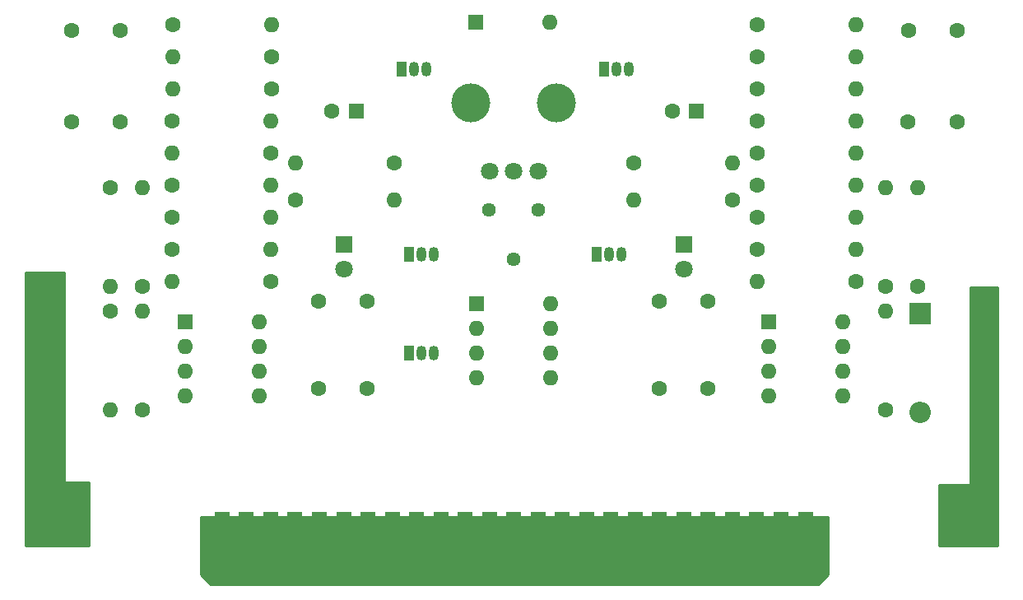
<source format=gbr>
G04 #@! TF.GenerationSoftware,KiCad,Pcbnew,(5.1.7)-1*
G04 #@! TF.CreationDate,2021-07-20T19:06:59-05:00*
G04 #@! TF.ProjectId,ConsolePedalPhaser,436f6e73-6f6c-4655-9065-64616c506861,rev?*
G04 #@! TF.SameCoordinates,Original*
G04 #@! TF.FileFunction,Soldermask,Top*
G04 #@! TF.FilePolarity,Negative*
%FSLAX46Y46*%
G04 Gerber Fmt 4.6, Leading zero omitted, Abs format (unit mm)*
G04 Created by KiCad (PCBNEW (5.1.7)-1) date 2021-07-20 19:06:59*
%MOMM*%
%LPD*%
G01*
G04 APERTURE LIST*
%ADD10R,1.800000X1.800000*%
%ADD11C,1.800000*%
%ADD12R,1.500000X7.000000*%
%ADD13C,5.000000*%
%ADD14C,1.600000*%
%ADD15O,1.600000X1.600000*%
%ADD16R,1.600000X1.600000*%
%ADD17R,2.200000X2.200000*%
%ADD18O,2.200000X2.200000*%
%ADD19R,1.050000X1.500000*%
%ADD20O,1.050000X1.500000*%
%ADD21C,4.000000*%
%ADD22C,1.440000*%
%ADD23C,0.254000*%
%ADD24C,0.100000*%
G04 APERTURE END LIST*
D10*
G04 #@! TO.C,D3*
X115250000Y-95000000D03*
D11*
X115250000Y-97540000D03*
G04 #@! TD*
G04 #@! TO.C,D4*
X150250000Y-97540000D03*
D10*
X150250000Y-95000000D03*
G04 #@! TD*
D12*
G04 #@! TO.C,J1*
X102715000Y-126000000D03*
X105215000Y-126000000D03*
X107715000Y-126000000D03*
X110215000Y-126000000D03*
X112715000Y-126000000D03*
X115215000Y-126000000D03*
X117715000Y-126000000D03*
X120215000Y-126000000D03*
X122715000Y-126000000D03*
X125215000Y-126000000D03*
X127715000Y-126000000D03*
X130215000Y-126000000D03*
X132715000Y-126000000D03*
X135215000Y-126000000D03*
X137715000Y-126000000D03*
X140215000Y-126000000D03*
X142715000Y-126000000D03*
X145215000Y-126000000D03*
X147715000Y-126000000D03*
X150215000Y-126000000D03*
X152715000Y-126000000D03*
X155215000Y-126000000D03*
X157715000Y-126000000D03*
X160215000Y-126000000D03*
X162715000Y-126000000D03*
G04 #@! TD*
D13*
G04 #@! TO.C,H1*
X85350000Y-122600000D03*
G04 #@! TD*
G04 #@! TO.C,H2*
X180150000Y-122600000D03*
G04 #@! TD*
D14*
G04 #@! TO.C,R29*
X167894000Y-98806000D03*
D15*
X157734000Y-98806000D03*
G04 #@! TD*
D14*
G04 #@! TO.C,C1*
X87202000Y-73006000D03*
X92202000Y-73006000D03*
G04 #@! TD*
G04 #@! TO.C,C2*
X87202000Y-82442000D03*
X92202000Y-82442000D03*
G04 #@! TD*
G04 #@! TO.C,C3*
X152654000Y-100844400D03*
X147654000Y-100844400D03*
G04 #@! TD*
G04 #@! TO.C,C4*
X147654000Y-109874000D03*
X152654000Y-109874000D03*
G04 #@! TD*
G04 #@! TO.C,C5*
X117602000Y-109874000D03*
X112602000Y-109874000D03*
G04 #@! TD*
G04 #@! TO.C,C6*
X117602000Y-100844400D03*
X112602000Y-100844400D03*
G04 #@! TD*
G04 #@! TO.C,C7*
X149000000Y-81280000D03*
D16*
X151500000Y-81280000D03*
G04 #@! TD*
D14*
G04 #@! TO.C,C8*
X178291500Y-82442000D03*
X173291500Y-82442000D03*
G04 #@! TD*
G04 #@! TO.C,C9*
X173308000Y-73006000D03*
X178308000Y-73006000D03*
G04 #@! TD*
D16*
G04 #@! TO.C,C10*
X116500000Y-81280000D03*
D14*
X114000000Y-81280000D03*
G04 #@! TD*
D17*
G04 #@! TO.C,D1*
X174498000Y-102108000D03*
D18*
X174498000Y-112268000D03*
G04 #@! TD*
D16*
G04 #@! TO.C,D2*
X128778000Y-72136000D03*
D15*
X136398000Y-72136000D03*
G04 #@! TD*
D19*
G04 #@! TO.C,Q1*
X121158000Y-76962000D03*
D20*
X123698000Y-76962000D03*
X122428000Y-76962000D03*
G04 #@! TD*
G04 #@! TO.C,Q2*
X143256000Y-76962000D03*
X144526000Y-76962000D03*
D19*
X141986000Y-76962000D03*
G04 #@! TD*
D20*
G04 #@! TO.C,Q3*
X123190000Y-96012000D03*
X124460000Y-96012000D03*
D19*
X121920000Y-96012000D03*
G04 #@! TD*
D20*
G04 #@! TO.C,Q4*
X142494000Y-96012000D03*
X143764000Y-96012000D03*
D19*
X141224000Y-96012000D03*
G04 #@! TD*
G04 #@! TO.C,Q5*
X121920000Y-106172000D03*
D20*
X124460000Y-106172000D03*
X123190000Y-106172000D03*
G04 #@! TD*
D14*
G04 #@! TO.C,R1*
X97635000Y-72390000D03*
D15*
X107795000Y-72390000D03*
G04 #@! TD*
G04 #@! TO.C,R2*
X97635000Y-75692000D03*
D14*
X107795000Y-75692000D03*
G04 #@! TD*
D15*
G04 #@! TO.C,R3*
X97635000Y-78994000D03*
D14*
X107795000Y-78994000D03*
G04 #@! TD*
G04 #@! TO.C,R4*
X97599500Y-82359500D03*
D15*
X107759500Y-82359500D03*
G04 #@! TD*
G04 #@! TO.C,R5*
X97536000Y-85598000D03*
D14*
X107696000Y-85598000D03*
G04 #@! TD*
G04 #@! TO.C,R6*
X97536000Y-88900000D03*
D15*
X107696000Y-88900000D03*
G04 #@! TD*
D14*
G04 #@! TO.C,R7*
X97536000Y-92202000D03*
D15*
X107696000Y-92202000D03*
G04 #@! TD*
G04 #@! TO.C,R8*
X107696000Y-95504000D03*
D14*
X97536000Y-95504000D03*
G04 #@! TD*
G04 #@! TO.C,R9*
X107696000Y-98806000D03*
D15*
X97536000Y-98806000D03*
G04 #@! TD*
D14*
G04 #@! TO.C,R10*
X94488000Y-99314000D03*
D15*
X94488000Y-89154000D03*
G04 #@! TD*
G04 #@! TO.C,R11*
X110236000Y-86614000D03*
D14*
X120396000Y-86614000D03*
G04 #@! TD*
G04 #@! TO.C,R12*
X91186000Y-89154000D03*
D15*
X91186000Y-99314000D03*
G04 #@! TD*
D14*
G04 #@! TO.C,R13*
X91186000Y-101854000D03*
D15*
X91186000Y-112014000D03*
G04 #@! TD*
G04 #@! TO.C,R14*
X94488000Y-101854000D03*
D14*
X94488000Y-112014000D03*
G04 #@! TD*
G04 #@! TO.C,R15*
X170942000Y-112014000D03*
D15*
X170942000Y-101854000D03*
G04 #@! TD*
G04 #@! TO.C,R16*
X120396000Y-90424000D03*
D14*
X110236000Y-90424000D03*
G04 #@! TD*
G04 #@! TO.C,R17*
X155194000Y-90424000D03*
D15*
X145034000Y-90424000D03*
G04 #@! TD*
G04 #@! TO.C,R18*
X174244000Y-89154000D03*
D14*
X174244000Y-99314000D03*
G04 #@! TD*
D15*
G04 #@! TO.C,R19*
X170942000Y-89154000D03*
D14*
X170942000Y-99314000D03*
G04 #@! TD*
G04 #@! TO.C,R20*
X145034000Y-86614000D03*
D15*
X155194000Y-86614000D03*
G04 #@! TD*
G04 #@! TO.C,R21*
X167894000Y-72390000D03*
D14*
X157734000Y-72390000D03*
G04 #@! TD*
D15*
G04 #@! TO.C,R22*
X167894000Y-75692000D03*
D14*
X157734000Y-75692000D03*
G04 #@! TD*
D15*
G04 #@! TO.C,R23*
X167894000Y-78994000D03*
D14*
X157734000Y-78994000D03*
G04 #@! TD*
G04 #@! TO.C,R24*
X157734000Y-82296000D03*
D15*
X167894000Y-82296000D03*
G04 #@! TD*
G04 #@! TO.C,R25*
X167894000Y-85598000D03*
D14*
X157734000Y-85598000D03*
G04 #@! TD*
G04 #@! TO.C,R26*
X157734000Y-88900000D03*
D15*
X167894000Y-88900000D03*
G04 #@! TD*
D14*
G04 #@! TO.C,R27*
X157734000Y-92202000D03*
D15*
X167894000Y-92202000D03*
G04 #@! TD*
G04 #@! TO.C,R28*
X167894000Y-95504000D03*
D14*
X157734000Y-95504000D03*
G04 #@! TD*
D11*
G04 #@! TO.C,RV1*
X130215000Y-87500000D03*
X132715000Y-87500000D03*
X135215000Y-87500000D03*
D21*
X128315000Y-80500000D03*
X137115000Y-80500000D03*
G04 #@! TD*
D15*
G04 #@! TO.C,U1*
X106525000Y-103000000D03*
X98905000Y-110620000D03*
X106525000Y-105540000D03*
X98905000Y-108080000D03*
X106525000Y-108080000D03*
X98905000Y-105540000D03*
X106525000Y-110620000D03*
D16*
X98905000Y-103000000D03*
G04 #@! TD*
G04 #@! TO.C,U2*
X128905000Y-101092000D03*
D15*
X136525000Y-108712000D03*
X128905000Y-103632000D03*
X136525000Y-106172000D03*
X128905000Y-106172000D03*
X136525000Y-103632000D03*
X128905000Y-108712000D03*
X136525000Y-101092000D03*
G04 #@! TD*
D16*
G04 #@! TO.C,U3*
X158905000Y-103000000D03*
D15*
X166525000Y-110620000D03*
X158905000Y-105540000D03*
X166525000Y-108080000D03*
X158905000Y-108080000D03*
X166525000Y-105540000D03*
X158905000Y-110620000D03*
X166525000Y-103000000D03*
G04 #@! TD*
D22*
G04 #@! TO.C,RV2*
X135255000Y-91440000D03*
X132715000Y-96520000D03*
X130175000Y-91440000D03*
G04 #@! TD*
D23*
X165000000Y-129000000D02*
X164000000Y-130000000D01*
X101500000Y-130000000D01*
X100500000Y-129000000D01*
X100500000Y-123063000D01*
X165000000Y-123063000D01*
X165000000Y-129000000D01*
D24*
G36*
X165000000Y-129000000D02*
G01*
X164000000Y-130000000D01*
X101500000Y-130000000D01*
X100500000Y-129000000D01*
X100500000Y-123063000D01*
X165000000Y-123063000D01*
X165000000Y-129000000D01*
G37*
D23*
X86487000Y-119380000D02*
X86489440Y-119404776D01*
X86496667Y-119428601D01*
X86508403Y-119450557D01*
X86524197Y-119469803D01*
X86543443Y-119485597D01*
X86565399Y-119497333D01*
X86589224Y-119504560D01*
X86614000Y-119507000D01*
X89000000Y-119507000D01*
X89000000Y-126000000D01*
X82500000Y-126000000D01*
X82500000Y-97917000D01*
X86487000Y-97917000D01*
X86487000Y-119380000D01*
D24*
G36*
X86487000Y-119380000D02*
G01*
X86489440Y-119404776D01*
X86496667Y-119428601D01*
X86508403Y-119450557D01*
X86524197Y-119469803D01*
X86543443Y-119485597D01*
X86565399Y-119497333D01*
X86589224Y-119504560D01*
X86614000Y-119507000D01*
X89000000Y-119507000D01*
X89000000Y-126000000D01*
X82500000Y-126000000D01*
X82500000Y-97917000D01*
X86487000Y-97917000D01*
X86487000Y-119380000D01*
G37*
D23*
X182499000Y-126000000D02*
X176500000Y-126000000D01*
X176500000Y-119761000D01*
X179578000Y-119761000D01*
X179602776Y-119758560D01*
X179626601Y-119751333D01*
X179648557Y-119739597D01*
X179667803Y-119723803D01*
X179683597Y-119704557D01*
X179695333Y-119682601D01*
X179702560Y-119658776D01*
X179705000Y-119634000D01*
X179705000Y-99441000D01*
X182499000Y-99441000D01*
X182499000Y-126000000D01*
D24*
G36*
X182499000Y-126000000D02*
G01*
X176500000Y-126000000D01*
X176500000Y-119761000D01*
X179578000Y-119761000D01*
X179602776Y-119758560D01*
X179626601Y-119751333D01*
X179648557Y-119739597D01*
X179667803Y-119723803D01*
X179683597Y-119704557D01*
X179695333Y-119682601D01*
X179702560Y-119658776D01*
X179705000Y-119634000D01*
X179705000Y-99441000D01*
X182499000Y-99441000D01*
X182499000Y-126000000D01*
G37*
M02*

</source>
